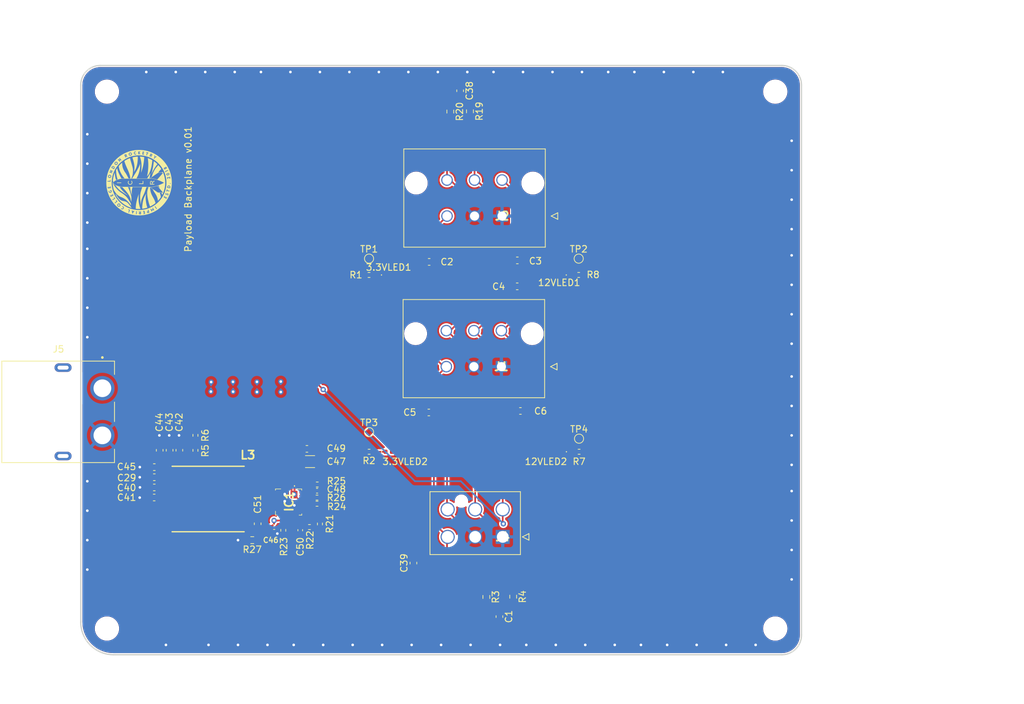
<source format=kicad_pcb>
(kicad_pcb (version 20240108) (generator "pcbnew") (generator_version "8.0")
  (layers (0 "F.Cu" signal) (1 "In1.Cu" power) (2 "In2.Cu" power) (31 "B.Cu" signal) (34 "B.Paste" user) (35 "F.Paste" user) (36 "B.SilkS" user "B.Silkscreen") (37 "F.SilkS" user "F.Silkscreen") (38 "B.Mask" user) (39 "F.Mask" user) (44 "Edge.Cuts" user))
  (net 0 "")
  (net 1 "GND")
  (net 2 "Net-(IC1-V_DRV)")
  (net 3 "Net-(IC1-EN)")
  (net 4 "+12V")
  (net 5 "+3.3V")
  (net 6 "/buckC/BOOT")
  (net 7 "Net-(C48-Pad2)")
  (net 8 "/buckC/SW")
  (net 9 "/buckC/Vdd")
  (net 10 "Net-(C51-Pad2)")
  (net 11 "/buckC/FB")
  (net 12 "/buckC/PHASE")
  (net 15 "/buckC/MODE_1")
  (net 16 "Net-(IC1-P_GOOD)")
  (net 18 "Net-(C1-Pad1)")
  (net 19 "Net-(C38-Pad2)")
  (net 20 "CAN_L")
  (net 21 "CAN_H")
  (net 22 "RBUS_uC_V")
  (net 23 "/buckC/MODE_2")
  (net 24 "Net-(R5-Pad2)")
  (net 25 "Net-(3.3VLED1-K)")
  (net 26 "Net-(12VLED1-K)")
  (net 27 "Net-(3.3VLED2-K)")
  (net 28 "Net-(12VLED2-K)")
  (footprint "Resistor_SMD:R_0402_1005Metric" (layer "F.Cu") (at 121.905661 128.5 180)
    (property "Reference" "R22" (at -0.094339 -2 90) (layer "F.SilkS"))
    (property "Value" "10k" (hide yes))
    (pad "1" smd roundrect (at -0.51 0 180) (size 0.54 0.64) (layers "F.Cu" "F.Paste" "F.Mask") (net 11 "/buckC/FB"))
    (pad "2" smd roundrect (at 0.51 0 180) (size 0.54 0.64) (layers "F.Cu" "F.Paste" "F.Mask") (net 1 "GND"))
  )
  (footprint "Capacitor_SMD:C_0402_1005Metric" (layer "F.Cu") (at 120.5 128.98 -90)
    (property "Reference" "C50" (at 2.52 0 90) (layer "F.SilkS"))
    (property "Value" "1uF" (hide yes))
    (pad "1" smd roundrect (at -0.48 0 270) (size 0.56 0.62) (layers "F.Cu" "F.Paste" "F.Mask") (net 1 "GND"))
    (pad "2" smd roundrect (at 0.48 0 270) (size 0.56 0.62) (layers "F.Cu" "F.Paste" "F.Mask") (net 9 "/buckC/Vdd"))
  )
  (footprint "Capacitor_SMD:C_0603_1608Metric" (layer "F.Cu") (at 98.225 119.34998)
    (property "Reference" "C45" (at -4.240232 -0.056948 0) (layer "F.SilkS"))
    (property "Value" "22uF" (hide yes))
    (pad "1" smd roundrect (at -0.775 0) (size 0.9 0.95) (layers "F.Cu" "F.Paste" "F.Mask") (net 1 "GND"))
    (pad "2" smd roundrect (at 0.775 0) (size 0.9 0.95) (layers "F.Cu" "F.Paste" "F.Mask") (net 22 "RBUS_uC_V"))
  )
  (footprint "Resistor_SMD:R_0402_1005Metric" (layer "F.Cu") (at 123.058944 124.944304)
    (property "Reference" "R26" (at 2.952134 -0.934508 0) (layer "F.SilkS"))
    (property "Value" "100k" (hide yes))
    (pad "1" smd roundrect (at -0.51 0) (size 0.54 0.64) (layers "F.Cu" "F.Paste" "F.Mask") (net 23 "/buckC/MODE_2"))
    (pad "2" smd roundrect (at 0.51 0) (size 0.54 0.64) (layers "F.Cu" "F.Paste" "F.Mask") (net 9 "/buckC/Vdd"))
  )
  (footprint "Capacitor_SMD:C_0603_1608Metric" (layer "F.Cu") (at 140.175 88 180)
    (property "Reference" "C2" (at -2.719973 -0.000464 180) (layer "F.SilkS"))
    (property "Value" "C_Small" (hide yes))
    (pad "1" smd roundrect (at -0.775 0 180) (size 0.9 0.95) (layers "F.Cu" "F.Paste" "F.Mask") (net 5 "+3.3V"))
    (pad "2" smd roundrect (at 0.775 0 180) (size 0.9 0.95) (layers "F.Cu" "F.Paste" "F.Mask") (net 1 "GND"))
  )
  (footprint "LED_SMD:LED_0402_1005Metric" (layer "F.Cu") (at 160.035 117 180)
    (property "Reference" "12VLED2" (at 2.035 -1.5 180) (layer "F.SilkS"))
    (property "Value" "12VLED" (hide yes))
    (pad "1" smd roundrect (at -0.485 0 180) (size 0.59 0.64) (layers "F.Cu" "F.Paste" "F.Mask") (net 28 "Net-(12VLED2-K)"))
    (pad "2" smd roundrect (at 0.485 0 180) (size 0.59 0.64) (layers "F.Cu" "F.Paste" "F.Mask") (net 4 "+12V"))
  )
  (footprint "iclr:46010-06YY" (layer "F.Cu") (at 151.3 81)
    (property "Reference" "J2" (at 0 0 0) (layer "F.SilkS") (effects (font (size 1.27 1.27) (thickness 0.254))))
    (property "Value" "46010-0622" (hide yes))
    (pad "" np_thru_hole circle (at -13.1 -5.04) (size 3 3) (drill 3) (layers "*.Cu" "*.Mask"))
    (pad "" np_thru_hole circle (at 4.7 -5.04) (size 3 3) (drill 3) (layers "*.Cu" "*.Mask"))
    (pad "1" thru_hole rect (at 0 0) (size 1.75 1.75) (drill 1.4) (layers "*.Cu" "*.Mask") (net 1 "GND"))
    (pad "2" thru_hole circle (at -4.2 0) (size 1.75 1.75) (drill 1.4) (layers "*.Cu" "*.Mask") (net 1 "GND"))
    (pad "3" thru_hole circle (at -8.4 0) (size 1.75 1.75) (drill 1.4) (layers "*.Cu" "*.Mask") (net 5 "+3.3V"))
    (pad "4" thru_hole circle (at 0 -5.5) (size 1.75 1.75) (drill 1.4) (layers "*.Cu" "*.Mask") (net 4 "+12V"))
    (pad "5" thru_hole circle (at -4.2 -5.5) (size 1.75 1.75) (drill 1.4) (layers "*.Cu" "*.Mask") (net 20 "CAN_L"))
    (pad "6" thru_hole circle (at -8.4 -5.5) (size 1.75 1.75) (drill 1.4) (layers "*.Cu" "*.Mask") (net 21 "CAN_H"))
  )
  (footprint "iclr:AMASS_XT60PW-F" (layer "F.Cu") (at 90.3 110.9 -90)
    (property "Reference" "J5" (at -9.5675 6.7 0) (layer "F.SilkS"))
    (property "Value" "XT60PW-F" (hide yes))
    (pad "1" thru_hole circle (at -3.6 0 270) (size 3.716 3.716) (drill 2.7) (layers "*.Cu" "*.Mask") (net 4 "+12V"))
    (pad "2" thru_hole circle (at 3.6 0 270) (size 3.716 3.716) (drill 2.7) (layers "*.Cu" "*.Mask") (net 1 "GND"))
    (pad "S1" thru_hole oval (at -6.75 6 270) (size 1.3 2.6) (drill oval 0.6 1.7) (layers "*.Cu" "*.Mask") (net 1 "GND"))
    (pad "S2" thru_hole oval (at 6.75 6 270) (size 1.3 2.6) (drill oval 0.6 1.7) (layers "*.Cu" "*.Mask") (net 1 "GND"))
  )
  (footprint "Capacitor_SMD:C_0603_1608Metric" (layer "F.Cu") (at 153.630691 87.771862 180)
    (property "Reference" "C3" (at -2.766196 -0.098769 180) (layer "F.SilkS"))
    (property "Value" "C_Small" (hide yes))
    (pad "1" smd roundrect (at -0.775 0 180) (size 0.9 0.95) (layers "F.Cu" "F.Paste" "F.Mask") (net 1 "GND"))
    (pad "2" smd roundrect (at 0.775 0 180) (size 0.9 0.95) (layers "F.Cu" "F.Paste" "F.Mask") (net 4 "+12V"))
  )
  (footprint "Capacitor_SMD:C_0402_1005Metric" (layer "F.Cu") (at 123.06975 122.955565)
    (property "Reference" "C48" (at 2.941328 -0.220073 0) (layer "F.SilkS"))
    (property "Value" "0.1uF" (hide yes))
    (pad "1" smd roundrect (at -0.48 0) (size 0.56 0.62) (layers "F.Cu" "F.Paste" "F.Mask") (net 6 "/buckC/BOOT"))
    (pad "2" smd roundrect (at 0.48 0) (size 0.56 0.62) (layers "F.Cu" "F.Paste" "F.Mask") (net 7 "Net-(C48-Pad2)"))
  )
  (footprint "Capacitor_SMD:C_0603_1608Metric" (layer "F.Cu") (at 100.559283 116.770133 -90)
    (property "Reference" "C43" (at -4.275 0.046262 90) (layer "F.SilkS"))
    (property "Value" "22uF" (hide yes))
    (pad "1" smd roundrect (at -0.775 0 270) (size 0.9 0.95) (layers "F.Cu" "F.Paste" "F.Mask") (net 1 "GND"))
    (pad "2" smd roundrect (at 0.775 0 270) (size 0.9 0.95) (layers "F.Cu" "F.Paste" "F.Mask") (net 22 "RBUS_uC_V"))
  )
  (footprint "Resistor_SMD:R_0402_1005Metric" (layer "F.Cu") (at 123.057962 124 180)
    (property "Reference" "R24" (at -3.003443 -1.384785 180) (layer "F.SilkS"))
    (property "Value" "51k" (hide yes))
    (pad "1" smd roundrect (at -0.51 0 180) (size 0.54 0.64) (layers "F.Cu" "F.Paste" "F.Mask") (net 9 "/buckC/Vdd"))
    (pad "2" smd roundrect (at 0.51 0 180) (size 0.54 0.64) (layers "F.Cu" "F.Paste" "F.Mask") (net 15 "/buckC/MODE_1"))
  )
  (footprint "iclr:SiC437BEDT1GE3" (layer "F.Cu") (at 118.725962 124.677561 -90)
    (property "Reference" "IC1" (at -0.078 -0.068 90) (layer "F.SilkS") (effects (font (size 1.27 1.27) (thickness 0.254))))
    (property "Value" "SiC437AED-T1-GE3" (hide yes))
    (pad "1" smd rect (at -1.981 -0.894) (size 0.3 0.55) (layers "F.Cu" "F.Paste" "F.Mask") (net 3 "Net-(IC1-EN)"))
    (pad "2" smd rect (at -1.981 -0.444) (size 0.3 0.55) (layers "F.Cu" "F.Paste" "F.Mask") (net 3 "Net-(IC1-EN)"))
    (pad "3" smd rect (at -1.981 0.456) (size 0.3 0.55) (layers "F.Cu" "F.Paste" "F.Mask") (net 1 "GND"))
    (pad "4" smd rect (at -1.981 0.906) (size 0.3 0.55) (layers "F.Cu" "F.Paste" "F.Mask") (net 1 "GND"))
    (pad "5" smd rect (at -1.431 2.006 270) (size 0.3 0.45) (layers "F.Cu" "F.Paste" "F.Mask") (net 8 "/buckC/SW"))
    (pad "6" smd rect (at -0.981 2.006 270) (size 0.3 0.45) (layers "F.Cu" "F.Paste" "F.Mask") (net 8 "/buckC/SW"))
    (pad "7" smd rect (at -0.531 2.006 270) (size 0.3 0.45) (layers "F.Cu" "F.Paste" "F.Mask") (net 8 "/buckC/SW"))
    (pad "8" smd rect (at 0.169 2.006 270) (size 0.3 0.45) (layers "F.Cu" "F.Paste" "F.Mask") (net 8 "/buckC/SW"))
    (pad "9" smd rect (at 0.619 2.006 270) (size 0.3 0.45) (layers "F.Cu" "F.Paste" "F.Mask") (net 8 "/buckC/SW"))
    (pad "10" smd rect (at 1.069 1.869 270) (size 0.3 0.725) (layers "F.Cu" "F.Paste" "F.Mask"))
    (pad "11" smd rect (at 1.981 1.356) (size 0.3 0.725) (layers "F.Cu" "F.Paste" "F.Mask"))
    (pad "12" smd rect (at 1.981 0.906) (size 0.3 0.725) (layers "F.Cu" "F.Paste" "F.Mask") (net 2 "Net-(IC1-V_DRV)"))
    (pad "13" smd rect (at 1.981 0.456) (size 0.3 0.725) (layers "F.Cu" "F.Paste" "F.Mask") (net 1 "GND"))
    (pad "14" smd rect (at 1.981 0.006) (size 0.3 0.725) (layers "F.Cu" "F.Paste" "F.Mask") (net 16 "Net-(IC1-P_GOOD)"))
    (pad "15" smd rect (at 1.981 -0.444) (size 0.3 0.725) (layers "F.Cu" "F.Paste" "F.Mask") (net 9 "/buckC/Vdd"))
    (pad "16" smd rect (at 1.981 -0.894) (size 0.3 0.725) (layers "F.Cu" "F.Paste" "F.Mask") (net 1 "GND"))
    (pad "17" smd rect (at 1.981 -1.344) (size 0.3 0.725) (layers "F.Cu" "F.Paste" "F.Mask") (net 11 "/buckC/FB"))
    (pad "18" smd rect (at 1.519 -2.006 270) (size 0.3 0.725) (layers "F.Cu" "F.Paste" "F.Mask") (net 22 "RBUS_uC_V"))
    (pad "19" smd rect (at 1.069 -2.006 270) (size 0.3 0.725) (layers "F.Cu" "F.Paste" "F.Mask") (net 3 "Net-(IC1-EN)"))
    (pad "20" smd rect (at 0.619 -2.006 270) (size 0.3 0.725) (layers "F.Cu" "F.Paste" "F.Mask") (net 23 "/buckC/MODE_2"))
    (pad "21" smd rect (at 0.169 -2.006 270) (size 0.3 0.725) (layers "F.Cu" "F.Paste" "F.Mask") (net 15 "/buckC/MODE_1"))
    (pad "22" smd rect (at -0.531 -2.006 270) (size 0.3 0.725) (layers "F.Cu" "F.Paste" "F.Mask") (net 3 "Net-(IC1-EN)"))
    (pad "23" smd rect (at -0.981 -2.006 270) (size 0.3 0.725) (layers "F.Cu" "F.Paste" "F.Mask") (net 6 "/buckC/BOOT"))
    (pad "24" smd rect (at -1.431 -2.006 270) (size 0.3 0.725) (layers "F.Cu" "F.Paste" "F.Mask") (net 12 "/buckC/PHASE"))
    (pad "25" smd rect (at 0.531 -0.819) (size 1.05 1.575) (layers "F.Cu" "F.Paste" "F.Mask") (net 1 "GND"))
    (pad "26" smd rect (at -1.131 -0.819) (size 1.05 1.15) (layers "F.Cu" "F.Paste" "F.Mask") (net 3 "Net-(IC1-EN)"))
    (pad "27" smd rect (at -0.619 0.606) (size 1.2 2.175) (layers "F.Cu" "F.Paste" "F.Mask") (net 1 "GND"))
    (pad "28" smd rect (at 1.029 0.921) (size 0.38 0.58) (layers "F.Cu" "F.Paste" "F.Mask"))
    (pad "29" smd rect (at 0.794 0.234) (size 0.455 0.65) (layers "F.Cu" "F.Paste" "F.Mask") (net 1 "GND"))
    (pad "30" smd rect (at -0.406 1.644) (size 0.275 2.35) (layers "F.Cu" "F.Paste" "F.Mask") (net 8 "/buckC/SW"))
  )
  (footprint "Resistor_SMD:R_0603_1608Metric" (layer "F.Cu") (at 153 139.135 -90)
    (property "Reference" "R4" (at 0 -1.43 90) (layer "F.SilkS"))
    (property "Value" "60.4" (hide yes))
    (pad "1" smd roundrect (at -0.825 0 270) (size 0.8 0.95) (layers "F.Cu" "F.Paste" "F.Mask") (net 20 "CAN_L"))
    (pad "2" smd roundrect (at 0.825 0 270) (size 0.8 0.95) (layers "F.Cu" "F.Paste" "F.Mask") (net 18 "Net-(C1-Pad1)"))
  )
  (footprint "Resistor_SMD:R_0402_1005Metric" (layer "F.Cu") (at 117.908568 128.996943 90)
    (property "Reference" "R23" (at -2.503057 0.091432 -90) (layer "F.SilkS"))
    (property "Value" "10k" (hide yes))
    (pad "1" smd roundrect (at -0.51 0 90) (size 0.54 0.64) (layers "F.Cu" "F.Paste" "F.Mask") (net 9 "/buckC/Vdd"))
    (pad "2" smd roundrect (at 0.51 0 90) (size 0.54 0.64) (layers "F.Cu" "F.Paste" "F.Mask") (net 16 "Net-(IC1-P_GOOD)"))
  )
  (footprint "TestPoint:TestPoint_Pad_D1.0mm" (layer "F.Cu") (at 131 87.5)
    (property "Reference" "TP1" (at 0 -1.448 0) (layer "F.SilkS"))
    (property "Value" "TestPoint" (hide yes))
    (pad "1" smd circle (at 0 0) (size 1 1) (layers "F.Cu" "F.Mask") (net 5 "+3.3V"))
  )
  (footprint "MountingHole:MountingHole_3.2mm_M3" (layer "F.Cu") (at 193 144)
    (property "Reference" "H3" (hide yes))
    (property "Value" "MountingHole" (hide yes))
    (pad "" np_thru_hole circle (at 0 0) (size 3.2 3.2) (drill 3.2) (layers "*.Cu" "*.Mask"))
  )
  (footprint "Capacitor_SMD:C_1206_3216Metric" (layer "F.Cu") (at 122 118.5)
    (property "Reference" "C47" (at 4 0 0) (layer "F.SilkS"))
    (property "Value" "47uF" (hide yes))
    (pad "1" smd roundrect (at -1.475 0) (size 1.15 1.8) (layers "F.Cu" "F.Paste" "F.Mask") (roundrect_rratio 0.217391) (net 3 "Net-(IC1-EN)"))
    (pad "2" smd roundrect (at 1.475 0) (size 1.15 1.8) (layers "F.Cu" "F.Paste" "F.Mask") (roundrect_rratio 0.217391) (net 1 "GND"))
  )
  (footprint "Resistor_SMD:R_0402_1005Metric" (layer "F.Cu") (at 163.06 117 180)
    (property "Reference" "R7" (at 0 -1.5 180) (layer "F.SilkS"))
    (property "Value" "1k" (hide yes))
    (pad "1" smd roundrect (at -0.51 0 180) (size 0.54 0.64) (layers "F.Cu" "F.Paste" "F.Mask") (net 1 "GND"))
    (pad "2" smd roundrect (at 0.51 0 180) (size 0.54 0.64) (layers "F.Cu" "F.Paste" "F.Mask") (net 28 "Net-(12VLED2-K)"))
  )
  (footprint "Resistor_SMD:R_0402_1005Metric" (layer "F.Cu") (at 104.5 114.49 90)
    (property "Reference" "R6" (at 0 1.5 -90) (layer "F.SilkS"))
    (property "Value" "160k" (hide yes))
    (pad "1" smd roundrect (at -0.51 0 90) (size 0.54 0.64) (layers "F.Cu" "F.Paste" "F.Mask") (net 24 "Net-(R5-Pad2)"))
    (pad "2" smd roundrect (at 0.51 0 90) (size 0.54 0.64) (layers "F.Cu" "F.Paste" "F.Mask") (net 1 "GND"))
  )
  (footprint "Capacitor_SMD:C_0603_1608Metric" (layer "F.Cu") (at 99.046262 116.775 -90)
    (property "Reference" "C44" (at -4.275 0.046262 90) (layer "F.SilkS"))
    (property "Value" "22uF" (hide yes))
    (pad "1" smd roundrect (at -0.775 0 270) (size 0.9 0.95) (layers "F.Cu" "F.Paste" "F.Mask") (net 1 "GND"))
    (pad "2" smd roundrect (at 0.775 0 270) (size 0.9 0.95) (layers "F.Cu" "F.Paste" "F.Mask") (net 22 "RBUS_uC_V"))
  )
  (footprint "Capacitor_SMD:C_0603_1608Metric" (layer "F.Cu") (at 98.224968 120.888124)
    (property "Reference" "C29" (at -4.217307 0.097976 0) (layer "F.SilkS"))
    (property "Value" "22uF" (hide yes))
    (pad "1" smd roundrect (at -0.775 0) (size 0.9 0.95) (layers "F.Cu" "F.Paste" "F.Mask") (net 1 "GND"))
    (pad "2" smd roundrect (at 0.775 0) (size 0.9 0.95) (layers "F.Cu" "F.Paste" "F.Mask") (net 22 "RBUS_uC_V"))
  )
  (footprint "Capacitor_SMD:C_0603_1608Metric" (layer "F.Cu") (at 137.775 134 90)
    (property "Reference" "C39" (at 0 -1.43 -90) (layer "F.SilkS"))
    (property "Value" "C_Small" (hide yes))
    (pad "1" smd roundrect (at -0.775 0 90) (size 0.9 0.95) (layers "F.Cu" "F.Paste" "F.Mask") (net 5 "+3.3V"))
    (pad "2" smd roundrect (at 0.775 0 90) (size 0.9 0.95) (layers "F.Cu" "F.Paste" "F.Mask") (net 1 "GND"))
  )
  (footprint "Resistor_SMD:R_0402_1005Metric" (layer "F.Cu") (at 123.092837 122)
    (property "Reference" "R25" (at 2.929319 -0.52047 0) (layer "F.SilkS"))
    (property "Value" "2.2" (hide yes))
    (pad "1" smd roundrect (at -0.51 0) (size 0.54 0.64) (layers "F.Cu" "F.Paste" "F.Mask") (net 12 "/buckC/PHASE"))
    (pad "2" smd roundrect (at 0.51 0) (size 0.54 0.64) (layers "F.Cu" "F.Paste" "F.Mask") (net 7 "Net-(C48-Pad2)"))
  )
  (footprint "Resistor_SMD:R_0402_1005Metric" (layer "F.Cu") (at 131 90)
    (property "Reference" "R1" (at -2 0 0) (layer "F.SilkS"))
    (property "Value" "1k" (hide yes))
    (pad "1" smd roundrect (at -0.51 0) (size 0.54 0.64) (layers "F.Cu" "F.Paste" "F.Mask") (net 1 "GND"))
    (pad "2" smd roundrect (at 0.51 0) (size 0.54 0.64) (layers "F.Cu" "F.Paste" "F.Mask") (net 25 "Net-(3.3VLED1-K)"))
  )
  (footprint "Resistor_SMD:R_0603_1608Metric" (layer "F.Cu") (at 113.175 130.5 180)
    (property "Reference" "R27" (at 0 -1.43 180) (layer "F.SilkS"))
    (property "Value" "5.1" (hide yes))
    (pad "1" smd roundrect (at -0.825 0 180) (size 0.8 0.95) (layers "F.Cu" "F.Paste" "F.Mask") (net 10 "Net-(C51-Pad2)"))
    (pad "2" smd roundrect (at 0.825 0 180) (size 0.8 0.95) (layers "F.Cu" "F.Paste" "F.Mask") (net 1 "GND"))
  )
  (footprint "Capacitor_SMD:C_0402_1005Metric" (layer "F.Cu") (at 116.52 128.5)
    (property "Reference" "C46" (at -0.52 2 0) (layer "F.SilkS") (effects (font (size 0.8 0.8))))
    (property "Value" "4.7uF" (hide yes))
    (pad "1" smd roundrect (at -0.48 0) (size 0.56 0.62) (layers "F.Cu" "F.Paste" "F.Mask") (net 2 "Net-(IC1-V_DRV)"))
    (pad "2" smd roundrect (at 0.48 0) (size 0.56 0.62) (layers "F.Cu" "F.Paste" "F.Mask") (net 1 "GND"))
  )
  (footprint "LED_SMD:LED_0402_1005Metric" (layer "F.Cu") (at 134.005 117)
    (property "Reference" "3.3VLED2" (at 2.495 1.5 0) (layer "F.SilkS"))
    (property "Value" "3.3VLED" (hide yes))
    (pad "1" smd roundrect (at -0.485 0) (size 0.59 0.64) (layers "F.Cu" "F.Paste" "F.Mask") (net 27 "Net-(3.3VLED2-K)"))
    (pad "2" smd roundrect (at 0.485 0) (size 0.59 0.64) (layers "F.Cu" "F.Paste" "F.Mask") (net 5 "+3.3V"))
  )
  (footprint "Resistor_SMD:R_0603_1608Metric" (layer "F.Cu") (at 146.4 65 -90)
    (property "Reference" "R19" (at 0 -1.43 90) (layer "F.SilkS"))
    (property "Value" "60.4" (hide yes))
    (pad "1" smd roundrect (at -0.825 0 270) (size 0.8 0.95) (layers "F.Cu" "F.Paste" "F.Mask") (net 19 "Net-(C38-Pad2)"))
    (pad "2" smd roundrect (at 0.825 0 270) (size 0.8 0.95) (layers "F.Cu" "F.Paste" "F.Mask") (net 20 "CAN_L"))
  )
  (footprint "Resistor_SMD:R_0402_1005Metric" (layer "F.Cu") (at 131.01 117)
    (property "Reference" "R2" (at -0.01 1.369694 0) (layer "F.SilkS"))
    (property "Value" "1k" (hide yes))
    (pad "1" smd roundrect (at -0.51 0) (size 0.54 0.64) (layers "F.Cu" "F.Paste" "F.Mask") (net 1 "GND"))
    (pad "2" smd roundrect (at 0.51 0) (size 0.54 0.64) (layers "F.Cu" "F.Paste" "F.Mask") (net 27 "Net-(3.3VLED2-K)"))
  )
  (footprint "Capacitor_SMD:C_0603_1608Metric" (layer "F.Cu") (at 98.206633 123.986637)
    (property "Reference" "C41" (at -4.206633 0 0) (layer "F.SilkS"))
    (property "Value" "22uF" (hide yes))
    (pad "1" smd roundrect (at -0.775 0) (size 0.9 0.95) (layers "F.Cu" "F.Paste" "F.Mask") (net 1 "GND"))
    (pad "2" smd roundrect (at 0.775 0) (size 0.9 0.95) (layers "F.Cu" "F.Paste" "F.Mask") (net 22 "RBUS_uC_V"))
  )
  (footprint "Resistor_SMD:R_0402_1005Metric" (layer "F.Cu") (at 163 90 180)
    (property "Reference" "R8" (at -2.195356 0.039733 180) (layer "F.SilkS"))
    (property "Value" "1k" (hide yes))
    (pad "1" smd roundrect (at -0.51 0 180) (size 0.54 0.64) (layers "F.Cu" "F.Paste" "F.Mask") (net 1 "GND"))
    (pad "2" smd roundrect (at 0.51 0 180) (size 0.54 0.64) (layers "F.Cu" "F.Paste" "F.Mask") (net 26 "Net-(12VLED1-K)"))
  )
  (footprint "TestPoint:TestPoint_Pad_D1.0mm" (layer "F.Cu") (at 163 87.5)
    (property "Reference" "TP2" (at 0 -1.448 0) (layer "F.SilkS"))
    (property "Value" "TestPoint" (hide yes))
    (pad "1" smd circle (at 0 0) (size 1 1) (layers "F.Cu" "F.Mask") (net 4 "+12V"))
  )
  (footprint "Capacitor_SMD:C_0603_1608Metric" (layer "F.Cu") (at 154.103703 110.767159 180)
    (property "Reference" "C6" (at -3.08009 -0.019781 180) (layer "F.SilkS"))
    (property "Value" "C_Small" (hide yes))
    (pad "1" smd roundrect (at -0.775 0 180) (size 0.9 0.95) (layers "F.Cu" "F.Paste" "F.Mask") (net 1 "GND"))
    (pad "2" smd roundrect (at 0.775 0 180) (size 0.9 0.95) (layers "F.Cu" "F.Paste" "F.Mask") (net 4 "+12V"))
  )
  (footprint "MountingHole:MountingHole_3.2mm_M3" (layer "F.Cu") (at 91 144)
    (property "Reference" "H4" (hide yes))
    (property "Value" "MountingHole" (hide yes))
    (pad "" np_thru_hole circle (at 0 0) (size 3.2 3.2) (drill 3.2) (layers "*.Cu" "*.Mask"))
  )
  (footprint "MountingHole:MountingHole_3.2mm_M3" (layer "F.Cu") (at 91 62)
    (property "Reference" "H1" (hide yes))
    (property "Value" "MountingHole" (hide yes))
    (pad "" np_thru_hole circle (at 0 0) (size 3.2 3.2) (drill 3.2) (layers "*.Cu" "*.Mask"))
  )
  (footprint "Capacitor_SMD:C_0603_1608Metric" (layer "F.Cu") (at 114 128 -90)
    (property "Reference" "C51" (at -3 0 90) (layer "F.SilkS"))
    (property "Value" "680pF" (hide yes))
    (pad "1" smd roundrect (at -0.775 0 270) (size 0.9 0.95) (layers "F.Cu" "F.Paste" "F.Mask") (net 8 "/buckC/SW"))
    (pad "2" smd roundrect (at 0.775 0 270) (size 0.9 0.95) (layers "F.Cu" "F.Paste" "F.Mask") (net 10 "Net-(C51-Pad2)"))
  )
  (footprint "Capacitor_SMD:C_0603_1608Metric" (layer "F.Cu") (at 144.9 61.865 -90)
    (property "Reference" "C38" (at 0 -1.43 90) (layer "F.SilkS"))
    (property "Value" "C_Small" (hide yes))
    (pad "1" smd roundrect (at -0.775 0 270) (size 0.9 0.95) (layers "F.Cu" "F.Paste" "F.Mask") (net 1 "GND"))
    (pad "2" smd roundrect (at 0.775 0 270) (size 0.9 0.95) (layers "F.Cu" "F.Paste" "F.Mask") (net 19 "Net-(C38-Pad2)"))
  )
  (footprint "Resistor_SMD:R_0603_1608Metric" (layer "F.Cu") (at 143.4 65.04 -90)
    (property "Reference" "R20" (at 0 -1.43 90) (layer "F.SilkS"))
    (property "Value" "60.4" (hide yes))
    (pad "1" smd roundrect (at -0.825 0 270) (size 0.8 0.95) (layers "F.Cu" "F.Paste" "F.Mask") (net 19 "Net-(C38-Pad2)"))
    (pad "2" smd roundrect (at 0.825 0 270) (size 0.8 0.95) (layers "F.Cu" "F.Paste" "F.Mask") (net 21 "CAN_H"))
  )
  (footprint "iclr:iclr_logo_estd2018_10mm" (layer "F.Cu") (at 95.9 75.9 90)
    (property "Reference" "LOGO1" (hide yes))
    (property "Value" "ICLR LOGO" (hide yes))
  )
  (footprint "Resistor_SMD:R_0603_1608Metric" (layer "F.Cu") (at 148.9 139.175 -90)
    (property "Reference" "R3" (at 0 -1.43 90) (layer "F.SilkS"))
    (property "Value" "60.4" (hide yes))
    (pad "1" smd roundrect (at -0.825 0 270) (size 0.8 0.95) (layers "F.Cu" "F.Paste" "F.Mask") (net 21 "CAN_H"))
    (pad "2" smd roundrect (at 0.825 0 270) (size 0.8 0.95) (layers "F.Cu" "F.Paste" "F.Mask") (net 18 "Net-(C1-Pad1)"))
  )
  (footprint "Capacitor_SMD:C_0603_1608Metric" (layer "F.Cu") (at 98.222535 122.450591)
    (property "Reference" "C40" (at -4.222535 0.049409 0) (layer "F.SilkS"))
    (property "Value" "22uF" (hide yes))
    (pad "1" smd roundrect (at -0.775 0) (size 0.9 0.95) (layers "F.Cu" "F.Paste" "F.Mask") (net 1 "GND"))
    (pad "2" smd roundrect (at 0.775 0) (size 0.9 0.95) (layers "F.Cu" "F.Paste" "F.Mask") (net 22 "RBUS_uC_V"))
  )
  (footprint "Capacitor_SMD:C_0603_1608Metric" (layer "F.Cu") (at 140.125 111 180)
    (property "Reference" "C5" (at 2.908038 0.018176 180) (layer "F.SilkS"))
    (property "Value" "C_Small" (hide yes))
    (pad "1" smd roundrect (at -0.775 0 180) (size 0.9 0.95) (layers "F.Cu" "F.Paste" "F.Mask") (net 5 "+3.3V"))
    (pad "2" smd roundrect (at 0.775 0 180) (size 0.9 0.95) (layers "F.Cu" "F.Paste" "F.Mask") (net 1 "GND"))
  )
  (footprint "TestPoint:TestPoint_Pad_D1.0mm" (layer "F.Cu") (at 163.05 115)
    (property "Reference" "TP4" (at 0 -1.448 0) (layer "F.SilkS"))
    (property "Value" "TestPoint" (hide yes))
    (pad "1" smd circle (at 0 0) (size 1 1) (layers "F.Cu" "F.Mask") (net 4 "+12V"))
  )
  (footprint "LED_SMD:LED_0402_1005Metric" (layer "F.Cu") (at 160.015 90 180)
    (property "Reference" "12VLED1" (at 0 -1.17 180) (layer "F.SilkS"))
    (property "Value" "12VLED" (hide yes))
    (pad "1" smd roundrect (at -0.485 0 180) (size 0.59 0.64) (layers "F.Cu" "F.Paste" "F.Mask") (net 26 "Net-(12VLED1-K)"))
    (pad "2" smd roundrect (at 0.485 0 180) (size 0.59 0.64) (layers "F.Cu" "F.Paste" "F.Mask") (net 4 "+12V"))
  )
  (footprint "iclr:INDPM110100X540N" (layer "F.Cu") (at 106.440168 124.216397)
    (property "Reference" "L3" (at 6.059832 -6.716397 0) (layer "F.SilkS") (effects (font (size 1.27 1.27) (thickness 0.254))))
    (property "Value" "SRP1050WA-3R3M" (hide yes))
    (pad "1" smd rect (at -4.45 0) (size 3.35 4.7) (layers "F.Cu" "F.Paste" "F.Mask") (net 22 "RBUS_uC_V"))
    (pad "2" smd rect (at 4.45 0) (size 3.35 4.7) (layers "F.Cu" "F.Paste" "F.Mask") (net 8 "/buckC/SW"))
  )
  (footprint "iclr:46010-06YY" (layer "F.Cu") (at 151.2 104)
    (property "Reference" "J1" (at 0 0 0) (layer "F.SilkS") (effects (font (size 1.27 1.27) (thickness 0.254))))
    (property "Value" "46010-0622" (hide yes))
    (pad "" np_thru_hole circle (at -13.1 -5.04) (size 3 3) (drill 3) (layers "*.Cu" "*.Mask"))
    (pad "" np_thru_hole circle (at 4.7 -5.04) (size 3 3) (drill 3) (layers "*.Cu" "*.Mask"))
    (pad "1" thru_hole rect (at 0 0) (size 1.75 1.75) (drill 1.4) (layers "*.Cu" "*.Mask") (net 1 "GND"))
    (pad "2" thru_hole circle (at -4.2 0) (size 1.75 1.75) (drill 1.4) (layers "*.Cu" "*.Mask") (net 1 "GND"))
    (pad "3" thru_hole circle (at -8.4 0) (size 1.75 1.75) (drill 1.4) (layers "*.Cu" "*.Mask") (net 5 "+3.3V"))
    (pad "4" thru_hole circle (at 0 -5.5) (size 1.75 1.75) (drill 1.4) (layers "*.Cu" "*.Mask") (net 4 "+12V"))
    (pad "5" thru_hole circle (at -4.2 -5.5) (size 1.75 1.75) (drill 1.4) (layers "*.Cu" "*.Mask") (net 20 "CAN_L"))
    (pad "6" thru_hole circle (at -8.4 -5.5) (size 1.75 1.75) (drill 1.4) (layers "*.Cu" "*.Mask") (net 21 "CAN_H"))
  )
  (footprint "Capacitor_SMD:C_0603_1608Metric" (layer "F.Cu") (at 150.9 142.175 -90)
    (property "Reference" "C1" (at 0 -1.43 90) (layer "F.SilkS"))
    (property "Value" "C_Small" (hide yes))
    (pad "1" smd roundrect (at -0.775 0 270) (size 0.9 0.95) (layers "F.Cu" "F.Paste" "F.Mask") (net 18 "Net-(C1-Pad1)"))
    (pad "2" smd roundrect (at 0.775 0 270) (size 0.9 0.95) (layers "F.Cu" "F.Paste" "F.Mask") (net 1 "GND"))
  )
  (footprint "Capacitor_SMD:C_0603_1608Metric" (layer "F.Cu") (at 102.051454 116.76661 -90)
    (property "Reference" "C42" (at -4.267337 0.034675 90) (layer "F.SilkS"))
    (property "Value" "22uF" (hide yes))
    (pad "1" smd roundrect (at -0.775 0 270) (size 0.9 0.95) (layers "F.Cu" "F.Paste" "F.Mask") (net 1 "GND"))
    (pad "2" smd roundrect (at 0.775 0 270) (size 0.9 0.95) (layers "F.Cu" "F.Paste" "F.Mask") (net 22 "RBUS_uC_V"))
  )
  (footprint "iclr:212520-1006" (layer "F.Cu") (at 151.4 130)
    (property "Reference" "J4" (at 0 0 0) (layer "F.SilkS") (effects (font (size 1.27 1.27) (thickness 0.254))))
    (property "Value" "212520-1006" (hide yes))
    (pad "" np_thru_hole circle (at -6.3 -5.46) (size 1.54 1.54) (drill 1.54) (layers "*.Cu" "*.Mask"))
    (pad "1" thru_hole rect (at 0 0) (size 2.15 2.15) (drill 1.8) (layers "*.Cu" "*.Mask") (net 1 "GND"))
    (pad "2" thru_hole circle (at -4.2 0) (size 2.15 2.15) (drill 1.8) (layers "*.Cu" "*.Mask") (net 1 "GND"))
    (pad "3" thru_hole circle (at -8.4 0) (size 2.15 2.15) (drill 1.8) (layers "*.Cu" "*.Mask") (net 5 "+3.3V"))
    (pad "4" thru_hole circle (at 0 -4.2) (size 2.15 2.15) (drill 1.8) (layers "*.Cu" "*.Mask") (net 4 "+12V"))
    (pad "5" thru_hole circle (at -4.2 -4.2) (size 2.15 2.15) (drill 1.8) (layers "*.Cu" "*.Mask") (net 20 "CAN_L"))
    (pad "6" thru_hole circle (at -8.4 -4.2) (size 2.15 2.15) (drill 1.8) (layers "*.Cu" "*.Mask") (net 21 "CAN_H"))
  )
  (footprint "Resistor_SMD:R_0402_1005Metric" (layer "F.Cu") (at 104.5 116.784152 90)
    (property "Reference" "R5" (at -0.065828 1.5 -90) (layer "F.SilkS"))
    (property "Value" "10k" (hide yes))
    (pad "1" smd roundrect (at -0.51 0 90) (size 0.54 0.64) (layers "F.Cu" "F.Paste" "F.Mask") (net 22 "RBUS_uC_V"))
    (pad "2" smd roundrect (at 0.51 0 90) (size 0.54 0.64) (layers "F.Cu" "F.Paste" "F.Mask") (net 24 "Net-(R5-Pad2)"))
  )
  (footprint "Capacitor_SMD:C_0603_1608Metric" (layer "F.Cu") (at 153.612238 91.734702 180)
    (property "Reference" "C4" (at 2.824375 -0.029252 180) (layer "F.SilkS"))
    (property "Value" "C_Small" (hide yes))
    (pad "1" smd roundrect (at -0.775 0 180) (size 0.9 0.95) (layers "F.Cu" "F.Paste" "F.Mask") (net 1 "GND"))
    (pad "2" smd roundrect (at 0.775 0 180) (size 0.9 0.95) (layers "F.Cu" "F.Paste" "F.Mask") (net 4 "+12V"))
  )
  (footprint "LED_SMD:LED_0402_1005Metric" (layer "F.Cu") (at 133.99 90)
    (property "Reference" "3.3VLED1" (at 0 -1.17 0) (layer "F.SilkS"))
    (property "Value" "3.3VLED" (hide yes))
    (pad "1" smd roundrect (at -0.485 0) (size 0.59 0.64) (layers "F.Cu" "F.Paste" "F.Mask") (net 25 "Net-(3.3VLED1-K)"))
    (pad "2" smd roundrect (at 0.485 0) (size 0.59 0.64) (layers "F.Cu" "F.Paste" "F.Mask") (net 5 "+3.3V"))
  )
  (footprint "TestPoint:TestPoint_Pad_D1.0mm" (layer "F.Cu") (at 131 114)
    (property "Reference" "TP3" (at 0 -1.448 0) (layer "F.SilkS"))
    (property "Value" "TestPoint" (hide yes))
    (pad "1" smd circle (at 0 0) (size 1 1) (layers "F.Cu" "F.Mask") (net 5 "+3.3V"))
  )
  (footprint "Resistor_SMD:R_0402_1005Metric" (layer "F.Cu") (at 123.5 128.027312 90)
    (property "Reference" "R21" (at 0.027312 1.5 -90) (layer "F.SilkS"))
    (property "Value" "45k" (hide yes))
    (pad "1" smd roundrect (at -0.51 0 90) (size 0.54 0.64) (layers "F.Cu" "F.Paste" "F.Mask") (net 11 "/buckC/FB"))
    (pad "2" smd roundrect (at 0.51 0 90) (size 0.54 0.64) (layers "F.Cu" "F.Paste" "F.Mask") (net 22 "RBUS_uC_V"))
  )
  (footprint "Capacitor_SMD:C_0603_1608Metric" (layer "F.Cu") (at 121.517267 116.555741)
    (property "Reference" "C49" (at 4.482733 -0.055741 0) (layer "F.SilkS"))
    (property "Value" "100nF" (hide yes))
    (pad "1" smd roundrect (at -0.775 0) (size 0.9 0.95) (layers "F.Cu" "F.Paste" "F.Mask") (net 3 "Net-(IC1-EN)"))
    (pad "2" smd roundrect (at 0.775 0) (size 0.9 0.95) (layers "F.Cu" "F.Paste" "F.Mask") (net 1 "GND"))
  )
  (footprint "MountingHole:MountingHole_3.2mm_M3" (layer "F.Cu") (at 193 62)
    (property "Reference" "H2" (hide yes))
    (property "Value" "MountingHole" (hide yes))
    (pad "" np_thru_hole circle (at 0 0) (size 3.2 3.2) (drill 3.2) (layers "*.Cu" "*.Mask"))
  )
  (gr_line (start 151.4 98.5) (end 150.9 98.5) (stroke (width 0.2)) (layer "F.Cu") (net 4))
  (gr_arc (start 197 145) (mid 196.12132 147.12132) (end 194 148) (stroke (width 0.2)) (layer "Edge.Cuts"))
  (gr_line (start 87 61) (end 87 143) (stroke (width 0.2)) (layer "Edge.Cuts"))
  (gr_line (start 197 61) (end 197 145) (stroke (width 0.2)) (layer "Edge.Cuts"))
  (gr_line (start 194 148) (end 92 148) (stroke (width 0.2)) (layer "Edge.Cuts"))
  (gr_arc (start 92 148) (mid 88.464467 146.535534) (end 87 143) (stroke (width 0.2)) (layer "Edge.Cuts"))
  (gr_arc (start 87 61) (mid 87.87868 58.87868) (end 90 58) (stroke (width 0.2)) (layer "Edge.Cuts"))
  (gr_arc (start 194 58) (mid 196.12132 58.87868) (end 197 61) (stroke (width 0.2)) (layer "Edge.Cuts"))
  (gr_line (start 90 58) (end 194 58) (stroke (width 0.2)) (layer "Edge.Cuts"))
  (gr_text "Payload Backplane v0.01" (at 103.4 76.9 90) (layer "F.SilkS") (effects (font (size 1 1))))
  (segment (start 151.2 104) (end 151.4 104) (width 0.25) (layer "F.Cu") (net 1))
  (segment (start 118.269962 125.693561) (end 118.269962 126.658561) (width 0.25) (layer "F.Cu") (net 1))
  (segment (start 118.491962 125.471561) (end 118.269962 125.693561) (width 0.25) (layer "F.Cu") (net 1))
  (segment (start 151.6 104.2) (end 151.6 104) (width 0.2) (layer "F.Cu") (net 1))
  (segment (start 151.3 81) (end 151.4 81) (width 0.25) (layer "F.Cu") (net 1))
  (segment (start 119.619962 125.283561) (end 119.619962 126.658561) (width 0.25) (layer "F.Cu") (net 1))
  (segment (start 119.544962 125.208561) (end 119.619962 125.283561) (width 0.25) (layer "F.Cu") (net 1))
  (via (at 146.5 146.5) (size 0.8) (drill 0.4) (layers "F.Cu" "B.Cu") (net 1))
  (via (at 88 86) (size 0.8) (drill 0.4) (layers "F.Cu" "B.Cu") (net 1))
  (via (at 164 146.5) (size 0.8) (drill 0.4) (layers "F.Cu" "B.Cu") (net 1))
  (via (at 137.5 146.5) (size 0.8) (drill 0.4) (layers "F.Cu" "B.Cu") (net 1))
  (via (at 159.5 146.5) (size 0.8) (drill 0.4) (layers "F.Cu" "B.Cu") (net 1))
  (via (at 181 146.5) (size 0.8) (drill 0.4) (layers "F.Cu" "B.Cu") (net 1))
  (via (at 195.5 132) (size 0.8) (drill 0.4) (layers "F.Cu" "B.Cu") (net 1))
  (via (at 195.5 127.5) (size 0.8) (drill 0.4) (layers "F.Cu" "B.Cu") (net 1))
  (via (at 88 77.5) (size 0.8) (drill 0.4) (layers "F.Cu" "B.Cu") (net 1))
  (via (at 195.5 96) (size 0.8) (drill 0.4) (layers "F.Cu" "B.Cu") (net 1))
  (via (at 133 146.5) (size 0.8) (drill 0.4) (layers "F.Cu" "B.Cu") (net 1))
  (via (at 195.5 119) (size 0.8) (drill 0.4) (layers "F.Cu" "B.Cu") (net 1))
  (via (at 110.5 59) (size 0.8) (drill 0.4) (layers "F.Cu" "B.Cu") (net 1))
  (via (at 159 59) (size 0.8) (drill 0.4) (layers "F.Cu" "B.Cu") (net 1))
  (via (at 114.5 59) (size 0.8) (drill 0.4) (layers "F.Cu" "B.Cu") (net 1))
  (via (at 172.5 146.5) (size 0.8) (drill 0.4) (layers "F.Cu" "B.Cu") (net 1))
  (via (at 119.5 146.5) (size 0.8) (drill 0.4) (layers "F.Cu" "B.Cu") (net 1))
  (via (at 88 130.5) (size 0.8) (drill 0.4) (layers "F.Cu" "B.Cu") (net 1))
  (via (at 141.5 59) (size 0.8) (drill 0.4) (layers "F.Cu" "B.Cu") (net 1))
  (via (at 155 146.5) (size 0.8) (drill 0.4) (layers "F.Cu" "B.Cu") (net 1))
  (via (at 102 114.5) (size 0.8) (drill 0.4) (layers "F.Cu" "B.Cu") (net 1))
  (via (at 180.5 59) (size 0.8) (drill 0.4) (layers "F.Cu" "B.Cu") (net 1))
  (via (at 195.5 100.5) (size 0.8) (drill 0.4) (layers "F.Cu" "B.Cu") (net 1))
  (via (at 142 146.5) (size 0.8) (drill 0.4) (layers "F.Cu" "B.Cu") (net 1))
  (via (at 195.5 87) (size 0.8) (drill 0.4) (layers "F.Cu" "B.Cu") (net 1))
  (via (at 88 126) (size 0.8) (drill 0.4) (layers "F.Cu" "B.Cu") (net 1))
  (via (at 101.5 59) (size 0.8) (drill 0.4) (layers "F.Cu" "B.Cu") (net 1))
  (via (at 195.5 110) (size 0.8) (drill 0.4) (layers "F.Cu" "B.Cu") (net 1))
  (via (at 88 95) (size 0.8) (drill 0.4) (layers "F.Cu" "B.Cu") (net 1))
  (via (at 195.5 105.5) (size 0.8) (drill 0.4) (layers "F.Cu" "B.Cu") (net 1))
  (via (at 163.5 59) (size 0.8) (drill 0.4) (layers "F.Cu" "B.Cu") (net 1))
  (via (at 111 146.5) (size 0.8) (drill 0.4) (layers "F.Cu" "B.Cu") (net 1))
  (via (at 96 124) (size 0.8) (drill 0.4) (layers "F.Cu" "B.Cu") (net 1))
  (via (at 146 59) (size 0.8) (drill 0.4) (layers "F.Cu" "B.Cu") (net 1))
  (via (at 88 90.5) (size 0.8) (drill 0.4) (layers "F.Cu" "B.Cu") (net 1))
  (via (at 185.5 146.5) (size 0.8) (drill 0.4) (layers "F.Cu" "B.Cu") (net 1))
  (via (at 99 114.5) (size 0.8) (drill 0.4) (layers "F.Cu" "B.Cu") (net 1))
  (via (at 195.5 136.5) (size 0.8) (drill 0.4) (layers "F.Cu" "B.Cu") (net 1))
  (via (at 97 59) (size 0.8) (drill 0.4) (layers "F.Cu" "B.Cu") (net 1))
  (via (at 88 135) (size 0.8) (drill 0.4) (layers "F.Cu" "B.Cu") (net 1))
  (via (at 106.5 146.5) (size 0.8) (drill 0.4) (layers "F.Cu" "B.Cu") (net 1))
  (via (at 115.5 146.5) (size 0.8) (drill 0.4) (layers "F.Cu" "B.Cu") (net 1))
  (via (at 176 59) (size 0.8) (drill 0.4) (layers "F.Cu" "B.Cu") (net 1))
  (via (at 137 59) (size 0.8) (drill 0.4) (layers "F.Cu" "B.Cu") (net 1))
  (via (at 106 59) (size 0.8) (drill 0.4) (layers "F.Cu" "B.Cu") (net 1))
  (via (at 96.00658 120.891699) (size 0.8) (drill 0.4) (layers "F.Cu" "B.Cu") (net 1))
  (via (at 119 59) (size 0.8) (drill 0.4) (layers "F.Cu" "B.Cu") (net 1))
  (via (at 123.5 59) (size 0.8) (drill 0.4) (layers "F.Cu" "B.Cu") (net 1))
  (via (at 150 59) (size 0.8) (drill 0.4) (layers "F.Cu" "B.Cu") (net 1))
  (via (at 151 146.5) (size 0.8) (drill 0.4) (layers "F.Cu" "B.Cu") (net 1))
  (via (at 88 68.5) (size 0.8) (drill 0.4) (layers "F.Cu" "B.Cu") (net 1))
  (via (at 154.5 59) (size 0.8) (drill 0.4) (layers "F.Cu" "B.Cu") (net 1))
  (via (at 176.5 146.5) (size 0.8) (drill 0.4) (layers "F.Cu" "B.Cu") (net 1))
  (via (at 124 146.5) (size 0.8) (drill 0.4) (layers "F.Cu" "B.Cu") (net 1))
  (via (at 190 146.5) (size 0.8) (drill 0.4) (layers "F.Cu" "B.Cu") (net 1))
  (via (at 128.5 146.5) (size 0.8) (drill 0.4) (layers "F.Cu" "B.Cu") (net 1))
  (via (at 88 121.5) (size 0.8) (drill 0.4) (layers "F.Cu" "B.Cu") (net 1))
  (via (at 195.5 78.5) (size 0.8) (drill 0.4) (layers "F.Cu" "B.Cu") (net 1))
  (via (at 167.5 59) (size 0.8) (drill 0.4) (layers "F.Cu" "B.Cu") (net 1))
  (via (at 100 146.5) (size 0.8) (drill 0.4) (layers "F.Cu" "B.Cu") (net 1))
  (via (at 118.132925 123.463184) (size 0.8) (drill 0.4) (layers "F.Cu" "B.Cu") (net 1))
  (via (at 168.5 146.5) (size 0.8) (drill 0.4) (layers "F.Cu" "B.Cu") (net 1))
  (via (at 96.014283 119.3444) (size 0.8) (drill 0.4) (layers "F.Cu" "B.Cu") (net 1))
  (via (at 111 130.5) (size 0.8) (drill 0.4) (layers "F.Cu" "B.Cu") (net 1))
  (via (at 195.5 83) (size 0.8) (drill 0.4) (layers "F.Cu" "B.Cu") (net 1))
  (via (at 128 59) (size 0.8) (drill 0.4) (layers "F.Cu" "B.Cu") (net 1))
  (via (at 117 129.5) (size 0.8) (drill 0.4) (layers "F.Cu" "B.Cu") (net 1))
  (via (at 195.5 74) (size 0.8) (drill 0.4) (layers "F.Cu" "B.Cu") (net 1))
  (via (at 88 73) (size 0.8) (drill 0.4) (layers "F.Cu" "B.Cu") (net 1))
  (via (at 118.127813 124.557265) (size 0.8) (drill 0.4) (layers "F.Cu" "B.Cu") (net 1))
  (via (at 88 82) (size 0.8) (drill 0.4) (layers "F.Cu" "B.Cu") (net 1))
  (via (at 132.5 59) (size 0.8) (drill 0.4) (layers "F.Cu" "B.Cu") (net 1))
  (via (at 96.03416 122.436189) (size 0.8) (drill 0.4) (layers "F.Cu" "B.Cu") (net 1))
  (via (at 195.5 123) (size 0.8) (drill 0.4) (layers "F.Cu" "B.Cu") (net 1))
  (via (at 195.5 69.5) (size 0.8) (drill 0.4) (layers "F.Cu" "B.Cu") (net 1))
  (via (at 171.5 59) (size 0.8) (drill 0.4) (layers "F.Cu" "B.Cu") (net 1))
  (via (at 195.5 114.5) (size 0.8) (drill 0.4) (layers "F.Cu" "B.Cu") (net 1))
  (via (at 119.595108 125.186106) (size 0.8) (drill 0.4) (layers "F.Cu" "B.Cu") (net 1))
  (via (at 195.5 91.5) (size 0.8) (drill 0.4) (layers "F.Cu" "B.Cu") (net 1))
  (via (at 185 59) (size 0.8) (drill 0.4) (layers "F.Cu" "B.Cu") (net 1))
  (via (at 88 99.5) (size 0.8) (drill 0.4) (layers "F.Cu" "B.Cu") (net 1))
  (via (at 100.5 114.5) (size 0.8) (drill 0.4) (layers "F.Cu" "B.Cu") (net 1))
  (segment (start 117.819962 126.658561) (end 117.819962 127.271061) (width 0.25) (layer "F.Cu") (net 2))
  (segment (start 116.5 127.5) (end 116.5 128.04) (width 0.25) (layer "F.Cu") (net 2))
  (segment (start 117.819962 127.271061) (end 117.591023 127.5) (width 0.25) (layer "F.Cu") (net 2))
  (segment (start 117.04 127.5) (end 117.04 127.5) (width 0.25) (layer "F.Cu") (net 2))
  (segment (start 116.5 128.04) (end 116.04 128.5) (width 0.25) (layer "F.Cu") (net 2))
  (segment (start 117.591023 127.5) (end 117.04 127.5) (width 0.25) (layer "F.Cu") (net 2))
  (segment (start 117.04 127.5) (end 116.5 127.5) (width 0.25) (layer "F.Cu") (net 2))
  (via (at 116.5 127.5) (size 0.8) (drill 0.4) (layers "F.Cu" "B.Cu") (net 2))
  (segment (start 119.564433 123.504084) (end 119.502485 123.504084) (width 0.15) (layer "F.Cu") (net 3))
  (segment (start 120.144962 124.146561) (end 119.564433 123.566032) (width 0.15) (layer "F.Cu") (net 3))
  (segment (start 120.731962 124.146561) (end 120.144962 124.146561) (width 0.15) (layer "F.Cu") (net 3))
  (segment (start 119.564433 123.566032) (end 119.564433 123.504084) (width 0.15) (layer "F.Cu") (net 3))
  (segment (start 119.502485 123.504084) (end 119.544962 123.546561) (width 0.15) (layer "F.Cu") (net 3))
  (via (at 119.564433 123.504084) (size 0.8) (drill 0.4) (layers "F.Cu" "B.Cu") (net 3))
  (segment (start 151.4 75.5) (end 152.9 77) (width 0.25) (layer "F.Cu") (net 4))
  (segment (start 159.53 90) (end 152.9 90) (width 0.2) (layer "F.Cu") (net 4))
  (segment (start 152.9 90) (end 152.9 97) (width 0.25) (layer "F.Cu") (net 4))
  (segment (start 163.05 115) (end 161.230001 115) (width 0.25) (layer "F.Cu") (net 4))
  (segment (start 161.230001 115) (end 159.55 116.680001) (width 0.25) (layer "F.Cu") (net 4))
  (segment (start 163 87.5) (end 162.03 87.5) (width 0.2) (layer "F.Cu") (net 4))
  (segment (start 152.9 97) (end 151.4 98.5) (width 0.25) (layer "F.Cu") (net 4))
  (segment (start 153.4 115) (end 153.4 118) (width 0.25) (layer "F.Cu") (net 4))
  (segment (start 159.55 117) (end 153.45 117) (width 0.25) (layer "F.Cu") (net 4))
  (segment (start 162.03 87.5) (end 159.53 90) (width 0.2) (layer "F.Cu") (net 4))
  (segment (start 151.4 125.8) (end 151.4 127.9) (width 0.25) (layer "F.Cu") (net 4))
  (segment (start 151.4 98.5) (end 151.2 98.5) (width 0.25) (layer "F.Cu") (net 4))
  (segment (start 151.4 127.9) (end 151.5 128) (width 0.25) (layer "F.Cu") (net 4))
  (segment (start 153.4 100.7) (end 153.4 115) (width 0.25) (layer "F.Cu") (net 4))
  (segment (start 152.9 77) (end 152.9 90) (width 0.25) (layer "F.Cu") (net 4))
  (segment (start 151.4 120) (end 151.4 125.8) (width 0.25) (layer "F.Cu") (net 4))
  (segment (start 153.4 118) (end 151.4 120) (width 0.25) (layer "F.Cu") (net 4))
  (segment (start 123 106.5) (end 124 107.5) (width 0.25) (layer "F.Cu") (net 4))
  (segment (start 121 106.5) (end 123 106.5) (width 0.25) (layer "F.Cu") (net 4))
  (segment (start 151.3 75.5) (end 151.4 75.5) (width 0.25) (layer "F.Cu") (net 4))
  (segment (start 151.2 98.5) (end 153.4 100.7) (width 0.25) (layer "F.Cu") (net 4))
  (segment (start 159.55 116.680001) (end 159.55 117) (width 0.25) (layer "F.Cu") (net 4))
  (segment (start 124 107.5) (end 123.725 107.5) (width 0.25) (layer "F.Cu") (net 4))
  (via (at 117.53 106.28) (size 0.8) (drill 0.4) (layers "F.Cu" "B.Cu") (net 4))
  (via (at 151.5 128) (size 0.8) (drill 0.4) (layers "F.Cu" "B.Cu") (net 4))
  (via (at 110.25 107.83) (size 0.8) (drill 0.4) (layers "F.Cu" "B.Cu") (net 4))
  (via (at 106.9 106.35) (size 0.8) (drill 0.4) (layers "F.Cu" "B.Cu") (net 4))
  (via (at 110.23 106.32) (size 0.8) (drill 0.4) (layers "F.Cu" "B.Cu") (net 4))
  (via (at 117.53 107.87) (size 0.8) (drill 0.4) (layers "F.Cu" "B.Cu") (net 4))
  (via (at 106.86 107.81) (size 0.8) (drill 0.4) (layers "F.Cu" "B.Cu") (net 4))
  (via (at 124 107.5) (size 0.8) (drill 0.4) (layers "F.Cu" "B.Cu") (net 4))
  (via (at 113.89 106.32) (size 0.8) (drill 0.4) (layers "F.Cu" "B.Cu") (net 4))
  (via (at 113.89 107.87) (size 0.8) (drill 0.4) (layers "F.Cu" "B.Cu") (net 4))
  (segment (start 145 121.5) (end 138 121.5) (width 0.25) (layer "B.Cu") (net 4))
  (segment (start 138 121.5) (end 124 107.5) (width 0.25) (layer "B.Cu") (net 4))
  (segment (start 151.5 128) (end 145 121.5) (width 0.25) (layer "B.Cu") (net 4))
  (segment (start 140.9 83) (end 142.95 80.95) (width 0.25) (layer "F.Cu") (net 5))
  (segment (start 131 87.5) (end 131.975 87.5) (width 0.2) (layer "F.Cu") (net 5))
  (segment (start 131.975 87.5) (end 134.475 90) (width 0.2) (layer "F.Cu") (net 5))
  (segment (start 131 114) (end 131.707106 114) (width 0.25) (layer "F.Cu") (net 5))
  (segment (start 134.49 117) (end 140.9 117) (width 0.25) (layer "F.Cu") (net 5))
  (segment (start 142.5 104.1) (end 140.9 102.5) (width 0.25) (layer "F.Cu") (net 5))
  (segment (start 142.9 130.1) (end 143 130) (width 0.1) (layer "F.Cu") (net 5))
  (segment (start 140.9 105.9) (end 140.9 117) (width 0.25) (layer "F.Cu") (net 5))
  (segment (start 140.9 90) (end 140.9 83) (width 0.25) (layer "F.Cu") (net 5))
  (segment (start 131.707106 114) (end 134.49 116.782894) (width 0.25) (layer "F.Cu") (net 5))
  (segment (start 140.9 117) (end 140.9 127.9) (width 0.25) (layer "F.Cu") (net 5))
  (segment (start 134.475 90) (end 140.9 90) (width 0.2) (layer "F.Cu") (net 5))
  (segment (start 140.9 102.5) (end 140.9 90) (width 0.25) (layer "F.Cu") (net 5))
  (segment (start 142.9 135) (end 142.9 130.1) (width 0.25) (layer "F.Cu") (net 5))
  (segment (start 140.9 127.9) (end 143 130) (width 0.25) (layer "F.Cu") (net 5))
  (segment (start 134.49 116.782894) (end 134.49 117) (width 0.4) (layer "F.Cu") (net 5))
  (segment (start 142.8 104) (end 140.9 105.9) (width 0.25) (layer "F.Cu") (net 5))
  (segment (start 122.58975 122.955565) (end 121.848754 123.696561) (width 0.25) (layer "F.Cu") (net 6))
  (segment (start 121.848754 123.696561) (end 120.731962 123.696561) (width 0.25) (layer "F.Cu") (net 6))
  (segment (start 123.602837 122) (end 123.602837 122.902478) (width 0.25) (layer "F.Cu") (net 7))
  (segment (start 123.602837 122.902478) (end 123.54975 122.955565) (width 0.25) (layer "F.Cu") (net 7))
  (segment (start 119.169962 129.459173) (end 119.170789 129.46) (width 0.25) (layer "F.Cu") (net 9))
  (segment (start 123.567962 124.943322) (end 123.568944 124.944304) (width 0.25) (layer "F.Cu") (net 9))
  (segment (start 119.170789 129.46) (end 117.955511 129.46) (width 0.25) (layer "F.Cu") (net 9))
  (segment (start 117.955511 129.46) (end 117.908568 129.506943) (width 0.25) (layer "F.Cu") (net 9))
  (segment (start 120.5 129.46) (end 119.170789 129.46) (width 0.25) (layer "F.Cu") (net 9))
  (segment (start 123.567962 124) (end 123.567962 124.943322) (width 0.25) (layer "F.Cu") (net 9))
  (segment (start 119.169962 126.658561) (end 119.169962 129.459173) (width 0.25) (layer "F.Cu") (net 9))
  (segment (start 114 128.775) (end 114 130.5) (width 0.25) (layer "F.Cu") (net 10))
  (segment (start 122.472973 128.537312) (end 122.415661 128.48) (width 0.25) (layer "F.Cu") (net 11))
  (segment (start 123.295094 128.537312) (end 122.472973 128.537312) (width 0.25) (layer "F.Cu") (net 11))
  (segment (start 120.594222 126.658561) (end 122.415661 128.48) (width 0.25) (layer "F.Cu") (net 11))
  (segment (start 120.069962 126.658561) (end 120.594222 126.658561) (width 0.25) (layer "F.Cu") (net 11))
  (segment (start 121.336276 123.246561) (end 122.582837 122) (width 0.25) (layer "F.Cu") (net 12))
  (segment (start 120.731962 123.246561) (end 121.336276 123.246561) (width 0.25) (layer "F.Cu") (net 12))
  (segment (start 121.701401 124.846561) (end 122.547962 124) (width 0.25) (layer "F.Cu") (net 15))
  (segment (start 120.731962 124.846561) (end 121.701401 124.846561) (width 0.25) (layer "F.Cu") (net 15))
  (segment (start 118.719962 127.675549) (end 118.719962 126.658561) (width 0.25) (layer "F.Cu") (net 16))
  (segment (start 117.908568 128.486943) (end 118.719962 127.675549) (width 0.25) (layer "F.Cu") (net 16))
  (segment (start 150.3 141.4) (end 148.9 140) (width 0.25) (layer "F.Cu") (net 18))
  (segment (start 151.775 141.4) (end 153.215 139.96) (width 0.25) (layer "F.Cu") (net 18))
  (segment (start 150.9 141.4) (end 150.3 141.4) (width 0.25) (layer "F.Cu") (net 18))
  (segment (start 150.9 141.4) (end 151.775 141.4) (width 0.25) (layer "F.Cu") (net 18))
  (segment (start 146.4 64.175) (end 146.4 64.14) (width 0.1) (layer "F.Cu") (net 19))
  (segment (start 146.4 64.14) (end 144.9 62.64) (width 0.25) (layer "F.Cu") (net 19))
  (segment (start 144.9 62.715) (end 144.9 62.64) (width 0.1) (layer "F.Cu") (net 19))
  (segment (start 143.4 64.215) (end 144.9 62.715) (width 0.25) (layer "F.Cu") (net 19))
  (segment (start 147.1 65.925) (end 147.1 75.5) (width 0.25) (layer "F.Cu") (net 20))
  (segment (start 147 65.825) (end 147.1 65.925) (width 0.25) (layer "F.Cu") (net 20))
  (segment (start 146.4 65.825) (end 147 65.825) (width 0.25) (layer "F.Cu") (net 20))
  (segment (start 147.2 119.8) (end 147.2 125.8) (width 0.25) (layer "F.Cu") (net 20))
  (segment (start 148.9 97) (end 147.4 98.5) (width 0.25) (layer "F.Cu") (net 20))
  (segment (start 147.4 75.5) (end 148.9 77) (width 0.25) (layer "F.Cu") (net 20))
  (segment (start 147 98.5) (end 148.9 100.4) (width 0.25) (layer "F.Cu") (net 20))
  (segment (start 147.1 75.5) (end 147.4 75.5) (width 0.25) (layer "F.Cu") (net 20))
  (segment (start 148.9 100.4) (end 148.9 118.1) (width 0.25) (layer "F.Cu") (net 20))
  (segment (start 149.4 128) (end 149.4 136.175) (width 0.25) (layer "F.Cu") (net 20))
  (segment (start 147 98.5) (end 147.4 98.5) (width 0.25) (layer "F.Cu") (net 20))
  (segment (start 149.4 136.175) (end 151.535 138.31) (width 0.25) (layer "F.Cu") (net 20))
  (segment (start 151.535 138.31) (end 153 138.31) (width 0.25) (layer "F.Cu") (net 20))
  (segment (start 148.9 118.1) (end 147.2 119.8) (width 0.25) (layer "F.Cu") (net 20))
  (segment (start 148.9 97) (end 148.9 77) (width 0.25) (layer "F.Cu") (net 20))
  (segment (start 147.4 75.5) (end 148.4 76.5) (width 0.25) (layer "F.Cu") (net 20))
  (segment (start 147.2 125.8) (end 149.4 128) (width 0.25) (layer "F.Cu") (net 20))
  (segment (start 144.9 118) (end 144.6 118.3) (width 0.25) (layer "F.Cu") (net 21))
  (segment (start 144.6 118.3) (end 142.9 120) (width 0.25) (layer "F.Cu") (net 21))
  (segment (start 143.4 98.5) (end 144.9 97) (width 0.25) (layer "F.Cu") (net 21))
  (segment (start 143.4 75.5) (end 144.9 77) (width 0.25) (layer "F.Cu") (net 21))
  (segment (start 143 126.1) (end 143 125.8) (width 0.1) (layer "F.Cu") (net 21))
  (segment (start 142.8 98.5) (end 143.4 98.5) (width 0.25) (layer "F.Cu") (net 21))
  (segment (start 143 98.6) (end 144.9 100.5) (width 0.25) (layer "F.Cu") (net 21))
  (segment (start 142.9 75.5) (end 143.4 75.5) (width 0.25) (layer "F.Cu") (net 21))
  (segment (start 144.9 128) (end 143 126.1) (width 0.25) (layer "F.Cu") (net 21))
  (segment (start 142.9 65.865) (end 143.4 65.865) (width 0.25) (layer "F.Cu") (net 21))
  (segment (start 142.9 120) (end 142.9 126) (width 0.25) (layer "F.Cu") (net 21))
  (segment (start 144.9 136.175) (end 144.9 128) (width 0.25) (layer "F.Cu") (net 21))
  (segment (start 144.9 97) (end 144.9 77) (width 0.25) (layer "F.Cu") (net 21))
  (segment (start 148.9 138.35) (end 147.075 138.35) (width 0.25) (layer "F.Cu") (net 21))
  (segment (start 144.9 100.5) (end 144.9 118) (width 0.25) (layer "F.Cu") (net 21))
  (segment (start 147.075 138.35) (end 144.9 136.175) (width 0.25) (layer "F.Cu") (net 21))
  (segment (start 142.9 65.865) (end 142.9 75.5) (width 0.25) (layer "F.Cu") (net 21))
  (segment (start 121.974343 126.196561) (end 123.295094 127.517312) (width 0.25) (layer "F.Cu") (net 22))
  (segment (start 121.803439 126.196561) (end 120.731962 126.196561) (width 0.25) (layer "F.Cu") (net 22))
  (segment (start 121.803439 126.196561) (end 121.974343 126.196561) (width 0.25) (layer "F.Cu") (net 22))
  (segment (start 123.517312 127.5) (end 123.5 127.517312) (width 0.25) (layer "F.Cu") (net 22))
  (segment (start 122.196687 125.296561) (end 120.731962 125.296561) (width 0.25) (layer "F.Cu") (net 23))
  (segment (start 122.548944 124.944304) (end 122.196687 125.296561) (width 0.25) (layer "F.Cu") (net 23))
  (segment (start 104.5 115) (end 104.5 116.274152) (width 0.1) (layer "F.Cu") (net 24))
  (segment (start 133.505 90) (end 131.51 90) (width 0.2) (layer "F.Cu") (net 25))
  (segment (start 162.49 90) (end 160.5 90) (width 0.2) (layer "F.Cu") (net 26))
  (segment (start 133.52 117) (end 131.52 117) (width 0.25) (layer "F.Cu") (net 27))
  (segment (start 162.55 117) (end 160.52 117) (width 0.25) (layer "F.Cu") (net 28))
  (zone (net 22) (net_name "RBUS_uC_V") (layer "F.Cu") (priority 3) (connect_pads (clearance 0)) (min_thickness 0.25) (fill yes (thermal_gap 0.5) (thermal_bridge_width 0.5))
    (polygon (pts (xy 144.5 134) (xy 144.5 141) (xy 98.5 141) (xy 98.5 134)))
  )
  (zone (net 22) (net_name "RBUS_uC_V") (layer "F.Cu") (priority 3) (connect_pads (clearance 0)) (min_thickness 0.25) (fill yes (thermal_gap 0.5) (thermal_bridge_width 0.5))
    (polygon (pts (xy 105.5 141) (xy 98.217857 141.042101) (xy 98.217857 116.819394) (xy 105.5 116.777293)))
  )
  (zone (net 1) (net_name "GND") (layers "F.Cu" "In1.Cu" "B.Cu") (priority 1) (connect_pads yes (clearance 0.254)) (min_thickness 0.254) (fill yes (thermal_gap 0.5) (thermal_bridge_width 0.5))
    (polygon (pts (xy 207 149) (xy 207 55) (xy 86 55) (xy 86 149)))
  )
  (zone (net 4) (net_name "+12V") (layers "F&B.Cu") (priority 4) (connect_pads yes (clearance 0.254)) (min_thickness 0.25) (fill yes (thermal_gap 0.5) (thermal_bridge_width 0.5))
    (polygon (pts (xy 119.06 124.15) (xy 119.06 121.06) (xy 118.61 120.09) (xy 118.57 109.44) (xy 87.71 109.68) (xy 87.7 104.93) (xy 121.48 104.57) (xy 121.42 118.89) (xy 121.4 121.3) (xy 120.13 124.16)))
  )
  (zone (net 1) (net_name "GND") (layer "B.Cu") (priority 4) (connect_pads (clearance 0.5)) (min_thickness 0.25) (fill yes (thermal_gap 0.5) (thermal_bridge_width 0.5))
    (polygon (pts (xy 207 150) (xy 86 149) (xy 86 55) (xy 207 55)))
  )
)
</source>
